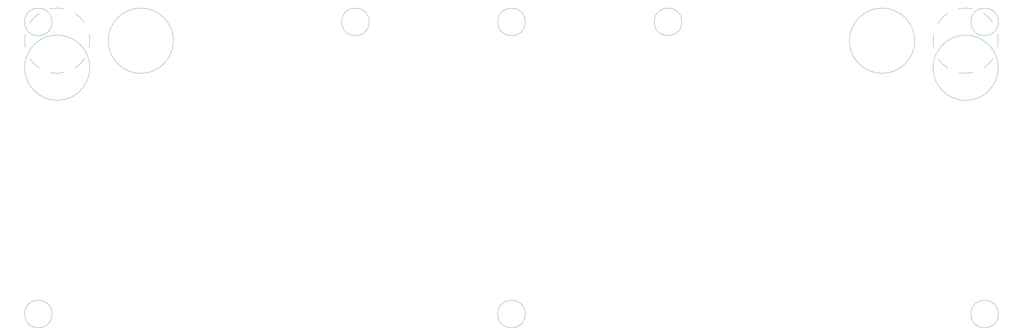
<source format=gbo>
%TF.GenerationSoftware,KiCad,Pcbnew,(5.1.10-1-10_14)*%
%TF.CreationDate,2021-12-19T10:46:22+09:00*%
%TF.ProjectId,Nora_plate_bottom,4e6f7261-5f70-46c6-9174-655f626f7474,v.1 (042)*%
%TF.SameCoordinates,Original*%
%TF.FileFunction,Legend,Bot*%
%TF.FilePolarity,Positive*%
%FSLAX46Y46*%
G04 Gerber Fmt 4.6, Leading zero omitted, Abs format (unit mm)*
G04 Created by KiCad (PCBNEW (5.1.10-1-10_14)) date 2021-12-19 10:46:22*
%MOMM*%
%LPD*%
G01*
G04 APERTURE LIST*
%ADD10C,0.120000*%
G04 APERTURE END LIST*
D10*
X116500000Y-21870000D02*
G75*
G03*
X116500000Y-21870000I-4000000J0D01*
G01*
X207500000Y-21860000D02*
G75*
G03*
X207500000Y-21860000I-4000000J0D01*
G01*
X299625000Y-35225000D02*
G75*
G03*
X299625000Y-35225000I-9500000J0D01*
G01*
X35200000Y-35200000D02*
G75*
G03*
X35200000Y-35200000I-9500000J0D01*
G01*
X288008088Y-18075914D02*
G75*
G02*
X292124999Y-18050001I2116912J-9274086D01*
G01*
X295355430Y-19403770D02*
G75*
G02*
X298024999Y-22050001I-5230430J-7946230D01*
G01*
X282086579Y-22262392D02*
G75*
G02*
X284825001Y-19450001I8038421J-5087608D01*
G01*
X292194560Y-36613741D02*
G75*
G02*
X288225001Y-36649999I-2069560J9263741D01*
G01*
X298146744Y-32463862D02*
G75*
G02*
X295424999Y-35249999I-8021744J5113862D01*
G01*
X280870921Y-29462345D02*
G75*
G02*
X280825001Y-25450001I9254079J2112345D01*
G01*
X299424999Y-25449999D02*
G75*
G02*
X299424999Y-29249999I-9299999J-1900001D01*
G01*
X284937069Y-35324042D02*
G75*
G02*
X282225001Y-32649999I5187931J7974042D01*
G01*
X23583088Y-18075914D02*
G75*
G02*
X27699999Y-18050001I2116912J-9274086D01*
G01*
X30930430Y-19403770D02*
G75*
G02*
X33599999Y-22050001I-5230430J-7946230D01*
G01*
X17661579Y-22262392D02*
G75*
G02*
X20400001Y-19450001I8038421J-5087608D01*
G01*
X27769560Y-36613741D02*
G75*
G02*
X23800001Y-36649999I-2069560J9263741D01*
G01*
X33721744Y-32463862D02*
G75*
G02*
X30999999Y-35249999I-8021744J5113862D01*
G01*
X16445921Y-29462345D02*
G75*
G02*
X16400001Y-25450001I9254079J2112345D01*
G01*
X34999999Y-25449999D02*
G75*
G02*
X34999999Y-29249999I-9299999J-1900001D01*
G01*
X20512069Y-35324042D02*
G75*
G02*
X17800001Y-32649999I5187931J7974042D01*
G01*
X59525000Y-27350000D02*
G75*
G03*
X59525000Y-27350000I-9500000J0D01*
G01*
X299650000Y-21875000D02*
G75*
G03*
X299650000Y-21875000I-4000000J0D01*
G01*
X24200000Y-21875000D02*
G75*
G03*
X24200000Y-21875000I-4000000J0D01*
G01*
X161925000Y-21875000D02*
G75*
G03*
X161925000Y-21875000I-4000000J0D01*
G01*
X299650000Y-106900000D02*
G75*
G03*
X299650000Y-106900000I-4000000J0D01*
G01*
X161925000Y-106900000D02*
G75*
G03*
X161925000Y-106900000I-4000000J0D01*
G01*
X24200000Y-106900000D02*
G75*
G03*
X24200000Y-106900000I-4000000J0D01*
G01*
X275300000Y-27350000D02*
G75*
G03*
X275300000Y-27350000I-9500000J0D01*
G01*
M02*

</source>
